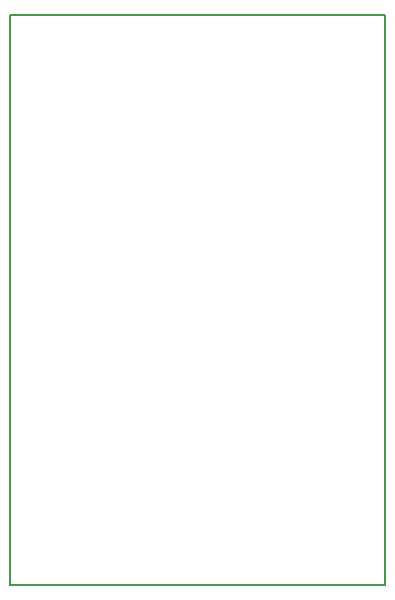
<source format=gbr>
G04 #@! TF.FileFunction,Profile,NP*
%FSLAX46Y46*%
G04 Gerber Fmt 4.6, Leading zero omitted, Abs format (unit mm)*
G04 Created by KiCad (PCBNEW 4.0.7) date Sun Feb  4 20:13:57 2018*
%MOMM*%
%LPD*%
G01*
G04 APERTURE LIST*
%ADD10C,0.100000*%
%ADD11C,0.150000*%
G04 APERTURE END LIST*
D10*
D11*
X189865000Y-137795000D02*
X190500000Y-137795000D01*
X158750000Y-137795000D02*
X189865000Y-137795000D01*
X158750000Y-89535000D02*
X158750000Y-137795000D01*
X190500000Y-89535000D02*
X190500000Y-137795000D01*
X158750000Y-89535000D02*
X190500000Y-89535000D01*
M02*

</source>
